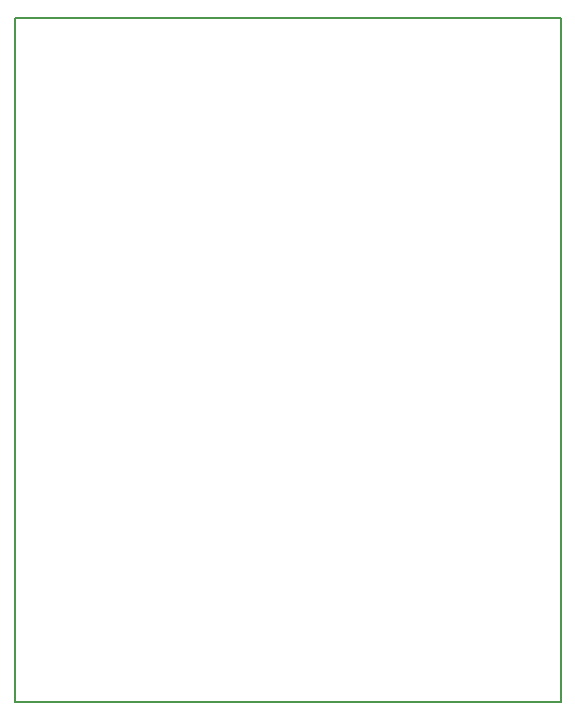
<source format=gbr>
%TF.GenerationSoftware,KiCad,Pcbnew,5.0.2-bee76a0~70~ubuntu18.04.1*%
%TF.CreationDate,2019-10-11T23:30:34+02:00*%
%TF.ProjectId,ESP8266-LolinV3-Lamp,45535038-3236-4362-9d4c-6f6c696e5633,1.0*%
%TF.SameCoordinates,Original*%
%TF.FileFunction,Profile,NP*%
%FSLAX46Y46*%
G04 Gerber Fmt 4.6, Leading zero omitted, Abs format (unit mm)*
G04 Created by KiCad (PCBNEW 5.0.2-bee76a0~70~ubuntu18.04.1) date ven 11 ott 2019 23:30:34 CEST*
%MOMM*%
%LPD*%
G01*
G04 APERTURE LIST*
%ADD10C,0.150000*%
G04 APERTURE END LIST*
D10*
X185674000Y-48768000D02*
X185674000Y-106680000D01*
X139446000Y-106680000D02*
X185674000Y-106680000D01*
X139446000Y-48768000D02*
X185674000Y-48768000D01*
X139446000Y-106680000D02*
X139446000Y-48768000D01*
M02*

</source>
